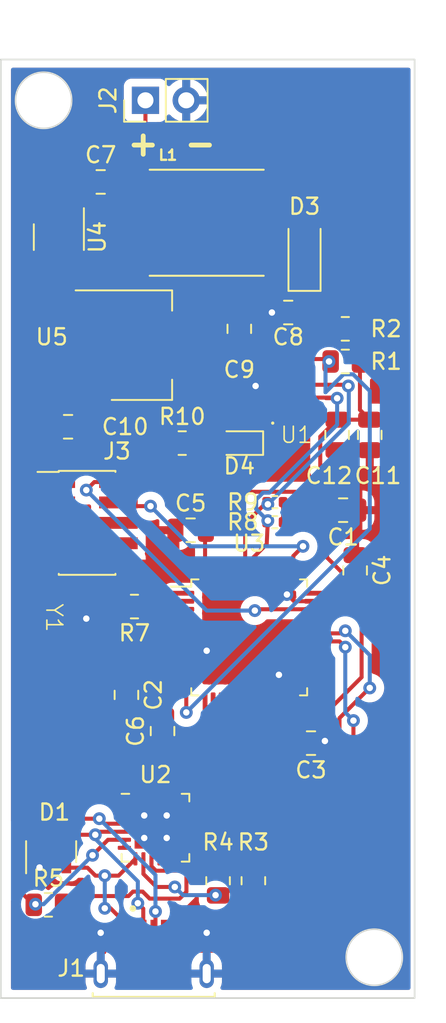
<source format=kicad_pcb>
(kicad_pcb (version 20221018) (generator pcbnew)
  (layers (0 "F.Cu" signal) (31 "B.Cu" signal) (34 "B.Paste" user) (35 "F.Paste" user) (36 "B.SilkS" user "B.Silkscreen") (37 "F.SilkS" user "F.Silkscreen") (38 "B.Mask" user) (39 "F.Mask" user) (44 "Edge.Cuts" user))
  (net 0 "")
  (net 1 "GND")
  (net 2 "+3V3")
  (net 3 "Net-(U3-NRST)")
  (net 4 "/Regulator/VIN")
  (net 5 "+5V")
  (net 6 "Net-(J1-VUSB)")
  (net 7 "Net-(J1-D-)")
  (net 8 "Net-(J1-D+)")
  (net 9 "Net-(D3-A)")
  (net 10 "Net-(D4-A)")
  (net 12 "/STM32F103/SWDIO")
  (net 13 "/STM32F103/SWCLK")
  (net 17 "/LIDAR/INT")
  (net 18 "Net-(U1-XSHUT)")
  (net 19 "Net-(U2-VBUS)")
  (net 20 "Net-(U2-~{RST})")
  (net 21 "Net-(U3-PD0)")
  (net 22 "Net-(R7-Pad2)")
  (net 23 "/LIDAR/SCL")
  (net 24 "/LIDAR/SDA")
  (net 35 "/STM32F103/M_TX")
  (net 36 "/STM32F103/M_RX")
  (net 44 "Net-(U3-PD1)")
  (net 45 "/STM32F103/Analog In")
  (net 46 "/STM32F103/LED")
  (net 47 "/STM32F103/GPIO2")
  (footprint "Capacitor_SMD:C_0805_2012Metric" (layer "F.Cu") (at 126.282 105.3005 90)
    (fp_text reference "C6")
    (fp_text value "100nF" hide)
  )
  (footprint "Resistor_SMD:R_0805_2012Metric" (layer "F.Cu") (at 129.74125 114.6165 -90)
    (fp_text reference "R4")
    (fp_text value "47.5k")
  )
  (footprint "Micro USB Port:AMPHENOL_10118193-0001LF" (layer "F.Cu") (at 125.732 120.396)
    (fp_text reference "J1")
    (fp_text value "10118193-0001LF")
  )
  (footprint "Capacitor_SMD:C_0805_2012Metric" (layer "F.Cu") (at 122.428 71.12)
    (fp_text reference "C7")
    (fp_text value "10uF")
  )
  (footprint "Resistor_SMD:R_0402_1005Metric" (layer "F.Cu") (at 133.282 91.0505)
    (fp_text reference "R9")
    (fp_text value "4.7k")
  )
  (footprint "VL53L3CX:VL53L3CX" (layer "F.Cu") (at 134.62 83.744 -90)
    (fp_text reference "U1")
    (fp_text value "~")
  )
  (footprint "Package_TO_SOT_SMD:SOT-143" (layer "F.Cu") (at 119.34125 112.804 90)
    (fp_text reference "D1")
    (fp_text value "SP0503BAHT")
  )
  (footprint "Package_QFP:LQFP-48_7x7mm_P0.5mm" (layer "F.Cu") (at 131.682 99.4695)
    (fp_text reference "U3")
    (fp_text value "STM32F103C8Tx")
  )
  (footprint "Capacitor_SMD:C_0805_2012Metric" (layer "F.Cu") (at 124.032 103.0505 -90)
    (fp_text reference "C2")
    (fp_text value "100nF" hide)
  )
  (footprint "Capacitor_SMD:C_0805_2012Metric" (layer "F.Cu") (at 128.032 92.8005)
    (fp_text reference "C5")
    (fp_text value "100nF")
  )
  (footprint "Capacitor_SMD:C_0805_2012Metric" (layer "F.Cu") (at 139.192 86.868 90)
    (fp_text reference "C11")
    (fp_text value "4.7uF" hide)
  )
  (footprint "Diode_SMD:D_SOD-123F" (layer "F.Cu") (at 135.128 75.692 90)
    (fp_text reference "D3")
    (fp_text value "D_Schottky" hide)
  )
  (footprint "Connector_PinHeader_2.54mm:PinHeader_1x02_P2.54mm_Vertical" (layer "F.Cu") (at 125.217 66.04 90)
    (fp_text reference "J2")
    (fp_text value "Conn_01x02_Pin")
  )
  (footprint "Capacitor_SMD:C_0805_2012Metric" (layer "F.Cu") (at 120.396 86.36 180)
    (fp_text reference "C10")
    (fp_text value "10uF" hide)
  )
  (footprint "Resistor_SMD:R_0805_2012Metric" (layer "F.Cu") (at 119.17125 116.1165)
    (fp_text reference "R5")
    (fp_text value "1k")
  )
  (footprint "Resistor_SMD:R_0805_2012Metric" (layer "F.Cu") (at 131.94125 114.6165 -90)
    (fp_text reference "R3")
    (fp_text value "22.1k")
  )
  (footprint "Capacitor_SMD:C_0805_2012Metric" (layer "F.Cu") (at 135.532 106.0505 180)
    (fp_text reference "C3")
    (fp_text value "100nF" hide)
  )
  (footprint "Diode_SMD:D_0603_1608Metric" (layer "F.Cu") (at 131.064 87.376 180)
    (fp_text reference "D4")
    (fp_text value "LED")
  )
  (footprint "Capacitor_SMD:C_0805_2012Metric" (layer "F.Cu") (at 131.064 80.264 -90)
    (fp_text reference "C9")
    (fp_text value "100nF" hide)
  )
  (footprint "Capacitor_SMD:C_0805_2012Metric" (layer "F.Cu") (at 137.532 91.5505 180)
    (fp_text reference "C1")
    (fp_text value "4.7uF" hide)
  )
  (footprint "Package_TO_SOT_SMD:SOT-223" (layer "F.Cu") (at 124.968 81.28)
    (fp_text reference "U5")
    (fp_text value "LDL1117S33R" hide)
  )
  (footprint "Capacitor_SMD:C_0805_2012Metric" (layer "F.Cu") (at 137.16 86.868 90)
    (fp_text reference "C12")
    (fp_text value "100nF" hide)
  )
  (footprint "Capacitor_SMD:C_0805_2012Metric" (layer "F.Cu") (at 134.112 79.248 180)
    (fp_text reference "C8")
    (fp_text value "10uF" hide)
  )
  (footprint "Resistor_SMD:R_0402_1005Metric" (layer "F.Cu") (at 133.282 92.3005)
    (fp_text reference "R8")
    (fp_text value "4.7k")
  )
  (footprint "ASPI-0630LR-100M-T15:IND_ASPI-0630LR-100M-T15" (layer "F.Cu") (at 129.032 73.66)
    (fp_text reference "L1")
    (fp_text value "10uH")
  )
  (footprint "Resistor_SMD:R_0805_2012Metric" (layer "F.Cu") (at 137.668 82.296 180)
    (fp_text reference "R1")
    (fp_text value "10k" hide)
  )
  (footprint "Package_TO_SOT_SMD:SOT-23-5" (layer "F.Cu") (at 119.822 74.5545 -90)
    (fp_text reference "U4")
    (fp_text value "RP400N501A-TR-FE")
  )
  (footprint "Resistor_SMD:R_0805_2012Metric" (layer "F.Cu") (at 127.508 87.376)
    (fp_text reference "R10")
    (fp_text value "500" hide)
  )
  (footprint "Resistor_SMD:R_0805_2012Metric" (layer "F.Cu") (at 137.668 80.264)
    (fp_text reference "R2")
    (fp_text value "10k")
  )
  (footprint "Connector_PinHeader_1.27mm:PinHeader_2x05_P1.27mm_Vertical_SMD" (layer "F.Cu") (at 121.582 92.3405)
    (fp_text reference "J3")
    (fp_text value "Conn_ARM_JTAG_SWD_10" hide)
  )
  (footprint "JGC42-8828A_CSTNE10M0G550000R0:JGC42-8828A_CSTNE10M0G550000R0" (layer "F.Cu") (at 121.532 98.2505 -90)
    (fp_text reference "Y1")
    (fp_text value "Resonator")
  )
  (footprint "Resistor_SMD:R_0805_2012Metric" (layer "F.Cu") (at 124.532 97.5505 180)
    (fp_text reference "R7")
    (fp_text value "1M")
  )
  (footprint "Package_DFN_QFN:QFN-24-1EP_4x4mm_P0.5mm_EP2.6x2.6mm" (layer "F.Cu") (at 125.84125 111.3165)
    (fp_text reference "U2")
    (fp_text value "CP2102N-Axx-xQFN24")
  )
  (footprint "Capacitor_SMD:C_0805_2012Metric" (layer "F.Cu") (at 138.282 95.3005 -90)
    (fp_text reference "C4")
    (fp_text value "100nF")
  )
  (gr_rect (start 116.205 63.5) (end 141.986 121.92) (stroke (width 0.1)) (fill none) (layer "Edge.Cuts"))
  (gr_circle (center 139.474 119.38) (end 141.224 119.38) (stroke (width 0.1)) (fill none) (layer "Edge.Cuts"))
  (gr_circle (center 118.872 66.04) (end 120.622 66.04) (stroke (width 0.1)) (fill none) (layer "Edge.Cuts"))
  (gr_text "-" (at 127.508 69.596) (layer "F.SilkS") (effects (font (size 1.5 1.5) (thickness 0.3) bold) (justify left bottom)))
  (gr_text "+" (at 123.952 69.596) (layer "F.SilkS") (effects (font (size 1.5 1.5) (thickness 0.3) bold) (justify left bottom)))
  (segment (start 132.804 84.544) (end 132.08 83.82) (width 0.25) (layer "F.Cu") (net 1))
  (segment (start 133.932 102.2005) (end 133.532 101.8005) (width 0.25) (layer "F.Cu") (net 1))
  (segment (start 127.032 117.721) (end 127.032 117.22575) (width 0.25) (layer "F.Cu") (net 1))
  (segment (start 134.62 85.344) (end 134.62 84.844) (width 0.25) (layer "F.Cu") (net 1))
  (segment (start 130.932 96.2005) (end 130.932 95.307) (width 0.25) (layer "F.Cu") (net 1))
  (segment (start 129.872315 96.5505) (end 131.532 96.5505) (width 0.25) (layer "F.Cu") (net 1))
  (segment (start 133.82 82.944) (end 132.956 82.944) (width 0.25) (layer "F.Cu") (net 1))
  (segment (start 133.932 103.632) (end 133.932 102.2005) (width 0.25) (layer "F.Cu") (net 1))
  (segment (start 123.90375 110.5665) (end 125.12875 110.5665) (width 0.25) (layer "F.Cu") (net 1))
  (segment (start 132.156 83.744) (end 132.08 83.82) (width 0.25) (layer "F.Cu") (net 1))
  (segment (start 131.282 96.5505) (end 130.932 96.2005) (width 0.25) (layer "F.Cu") (net 1))
  (segment (start 128.951 100.2195) (end 129.032 100.3005) (width 0.25) (layer "F.Cu") (net 1))
  (segment (start 134.32 82.944) (end 134.62 82.644) (width 0.25) (layer "F.Cu") (net 1))
  (segment (start 133.807305 96.5505) (end 131.282 96.5505) (width 0.25) (layer "F.Cu") (net 1))
  (segment (start 134.057305 96.8005) (end 134.032 96.8005) (width 0.25) (layer "F.Cu") (net 1))
  (segment (start 134.62 82.644) (end 134.62 82.144) (width 0.25) (layer "F.Cu") (net 1))
  (segment (start 134.032 96.775195) (end 133.807305 96.5505) (width 0.25) (layer "F.Cu") (net 1))
  (segment (start 125.12875 110.5665) (end 125.14125 110.554) (width 0.25) (layer "F.Cu") (net 1))
  (segment (start 127.032 117.22575) (end 127.74125 116.5165) (width 0.25) (layer "F.Cu") (net 1))
  (segment (start 129.432 96.110185) (end 129.872315 96.5505) (width 0.25) (layer "F.Cu") (net 1))
  (segment (start 134.032 96.8005) (end 134.032 96.775195) (width 0.25) (layer "F.Cu") (net 1))
  (segment (start 133.82 83.744) (end 132.156 83.744) (width 0.25) (layer "F.Cu") (net 1))
  (segment (start 129.432 95.307) (end 129.432 96.110185) (width 0.25) (layer "F.Cu") (net 1))
  (segment (start 133.82 82.944) (end 134.32 82.944) (width 0.25) (layer "F.Cu") (net 1))
  (segment (start 127.5195 100.2195) (end 128.951 100.2195) (width 0.25) (layer "F.Cu") (net 1))
  (segment (start 133.82 84.544) (end 132.804 84.544) (width 0.25) (layer "F.Cu") (net 1))
  (segment (start 135.8445 97.2195) (end 134.476305 97.2195) (width 0.25) (layer "F.Cu") (net 1))
  (segment (start 132.08 83.82) (end 132.334 83.566) (width 0.25) (layer "F.Cu") (net 1))
  (segment (start 134.62 84.844) (end 134.32 84.544) (width 0.25) (layer "F.Cu") (net 1))
  (segment (start 134.476305 97.2195) (end 134.057305 96.8005) (width 0.25) (layer "F.Cu") (net 1))
  (segment (start 134.32 84.544) (end 133.82 84.544) (width 0.25) (layer "F.Cu") (net 1))
  (segment (start 132.956 82.944) (end 132.08 83.82) (width 0.25) (layer "F.Cu") (net 1))
  (via (at 134.032 96.8005) (size 0.8) (drill 0.4) (layers "F.Cu" "B.Cu") (net 1))
  (via (at 133.532 101.8005) (size 0.8) (drill 0.4) (layers "F.Cu" "B.Cu") (net 1))
  (via (at 133.096 79.248) (size 0.8) (drill 0.4) (layers "F.Cu" "B.Cu") (net 1))
  (via (at 125.14125 110.554) (size 0.8) (drill 0.4) (layers "F.Cu" "B.Cu") (net 1))
  (via (at 122.428 117.856) (size 0.8) (drill 0.4) (layers "F.Cu" "B.Cu") (net 1))
  (via (at 126.54125 110.554) (size 0.8) (drill 0.4) (layers "F.Cu" "B.Cu") (net 1))
  (via (at 121.532 98.3005) (size 0.8) (drill 0.4) (layers "F.Cu" "B.Cu") (net 1))
  (via (at 125.14125 111.954) (size 0.8) (drill 0.4) (layers "F.Cu" "B.Cu") (net 1))
  (via (at 132.08 83.82) (size 0.8) (drill 0.4) (layers "F.Cu" "B.Cu") (net 1))
  (via (at 129.032 117.856) (size 0.8) (drill 0.4) (layers "F.Cu" "B.Cu") (net 1))
  (via (at 129.032 100.3005) (size 0.8) (drill 0.4) (layers "F.Cu" "B.Cu") (net 1))
  (via (at 118.618 113.792) (size 0.8) (drill 0.4) (layers "F.Cu" "B.Cu") (net 1))
  (via (at 136.398 105.918) (size 0.8) (drill 0.4) (layers "F.Cu" "B.Cu") (net 1))
  (via (at 126.54125 111.954) (size 0.8) (drill 0.4) (layers "F.Cu" "B.Cu") (net 1))
  (segment (start 137.16 85.918) (end 136.11 86.968) (width 0.25) (layer "F.Cu") (net 2))
  (segment (start 138.282 96.2505) (end 136.532 94.5005) (width 0.25) (layer "F.Cu") (net 2))
  (segment (start 119.446 88.2245) (end 120.327 89.1055) (width 0.25) (layer "F.Cu") (net 2))
  (segment (start 126.282 104.3505) (end 126.282 101.153815) (width 0.25) (layer "F.Cu") (net 2))
  (segment (start 134.045 85.919) (end 133.82 85.694) (width 0.25) (layer "F.Cu") (net 2))
  (segment (start 137.813 96.7195) (end 138.282 96.2505) (width 0.25) (layer "F.Cu") (net 2))
  (segment (start 117.602 115.45975) (end 118.25875 116.1165) (width 0.25) (layer "F.Cu") (net 2))
  (segment (start 133.82 85.694) (end 133.82 85.384) (width 0.25) (layer "F.Cu") (net 2))
  (segment (start 137.16 85.918) (end 135.994 85.918) (width 0.25) (layer "F.Cu") (net 2))
  (segment (start 138.5805 82.296) (end 138.5805 85.3065) (width 0.25) (layer "F.Cu") (net 2))
  (segment (start 135.437 90.4055) (end 131.377 90.4055) (width 0.25) (layer "F.Cu") (net 2))
  (segment (start 135.994 85.918) (end 135.42 85.344) (width 0.25) (layer "F.Cu") (net 2))
  (segment (start 128.932 95.307) (end 128.932 92.8505) (width 0.25) (layer "F.Cu") (net 2))
  (segment (start 138.693 80.3765) (end 138.5805 80.264) (width 0.25) (layer "F.Cu") (net 2))
  (segment (start 139.192 85.918) (end 137.16 85.918) (width 0.25) (layer "F.Cu") (net 2))
  (segment (start 136.582 91.5505) (end 135.437 90.4055) (width 0.25) (layer "F.Cu") (net 2))
  (segment (start 136.11 89.12) (end 136.652 89.662) (width 0.25) (layer "F.Cu") (net 2))
  (segment (start 128.27 106.0505) (end 134.582 106.0505) (width 0.25) (layer "F.Cu") (net 2))
  (segment (start 119.446 86.36) (end 119.446 88.2245) (width 0.25) (layer "F.Cu") (net 2))
  (segment (start 135.993 85.919) (end 134.045 85.919) (width 0.25) (layer "F.Cu") (net 2))
  (segment (start 128.27 106.0505) (end 127.245 107.0755) (width 0.25) (layer "F.Cu") (net 2))
  (segment (start 124.46 89.1055) (end 120.327 89.1055) (width 0.25) (layer "F.Cu") (net 2))
  (segment (start 121.92 113.03) (end 122.047 112.903) (width 0.25) (layer "F.Cu") (net 2))
  (segment (start 120.327 89.1055) (end 119.632 89.8005) (width 0.25) (layer "F.Cu") (net 2))
  (segment (start 125.287 89.1055) (end 124.46 89.1055) (width 0.25) (layer "F.Cu") (net 2))
  (segment (start 135.8445 96.7195) (end 137.813 96.7195) (width 0.25) (layer "F.Cu") (net 2))
  (segment (start 136.532 94.5005) (end 136.532 91.6005) (width 0.25) (layer "F.Cu") (net 2))
  (segment (start 124.46 89.1055) (end 124.866 89.1055) (width 0.25) (layer "F.Cu") (net 2))
  (segment (start 128.932 92.8505) (end 128.982 92.8005) (width 0.25) (layer "F.Cu") (net 2))
  (segment (start 136.082 91.0505) (end 133.792 91.0505) (width 0.25) (layer "F.Cu") (net 2))
  (segment (start 127.982 106.0505) (end 128.27 106.0505) (width 0.25) (layer "F.Cu") (net 2))
  (segment (start 122.8835 112.0665) (end 121.92 113.03) (width 0.25) (layer "F.Cu") (net 2))
  (segment (start 117.602 111.29325) (end 117.602 115.45975) (width 0.25) (layer "F.Cu") (net 2))
  (segment (start 136.582 91.5505) (end 136.082 91.0505) (width 0.25) (layer "F.Cu") (net 2))
  (segment (start 134.582 106.0505) (end 138.684 101.9485) (width 0.25) (layer "F.Cu") (net 2))
  (segment (start 136.11 86.968) (end 136.11 89.12) (width 0.25) (layer "F.Cu") (net 2))
  (segment (start 136.652 89.662) (end 136.652 91.4805) (width 0.25) (layer "F.Cu") (net 2))
  (segment (start 126.282 104.3505) (end 127.982 106.0505) (width 0.25) (layer "F.Cu") (net 2))
  (segment (start 123.90375 112.0665) (end 122.8835 112.0665) (width 0.25) (layer "F.Cu") (net 2))
  (segment (start 138.684 101.9485) (end 138.684 96.6525) (width 0.25) (layer "F.Cu") (net 2))
  (segment (start 127.245 107.0755) (end 121.81975 107.0755) (width 0.25) (layer "F.Cu") (net 2))
  (segment (start 123.90375 112.0665) (end 123.90375 112.5665) (width 0.25) (layer "F.Cu") (net 2))
  (segment (start 126.716315 100.7195) (end 127.5195 100.7195) (width 0.25) (layer "F.Cu") (net 2))
  (segment (start 138.5805 80.264) (end 138.5805 82.296) (width 0.25) (layer "F.Cu") (net 2))
  (segment (start 138.684 96.6525) (end 138.282 96.2505) (width 0.25) (layer "F.Cu") (net 2))
  (segment (start 121.818 81.28) (end 119.446 83.652) (width 0.25) (layer "F.Cu") (net 2))
  (segment (start 135.994 85.918) (end 135.993 85.919) (width 0.25) (layer "F.Cu") (net 2))
  (segment (start 138.5805 85.3065) (end 139.192 85.918) (width 0.25) (layer "F.Cu") (net 2))
  (segment (start 124.866 89.1055) (end 126.5955 87.376) (width 0.25) (layer "F.Cu") (net 2))
  (segment (start 121.81975 107.0755) (end 117.602 111.29325) (width 0.25) (layer "F.Cu") (net 2))
  (segment (start 134.582 103.782) (end 134.432 103.632) (width 0.25) (layer "F.Cu") (net 2))
  (segment (start 128.118 81.28) (end 121.818 81.28) (width 0.25) (layer "F.Cu") (net 2))
  (segment (start 119.446 83.652) (end 119.446 86.36) (width 0.25) (layer "F.Cu") (net 2))
  (segment (start 136.532 91.6005) (end 136.582 91.5505) (width 0.25) (layer "F.Cu") (net 2))
  (segment (start 128.982 92.8005) (end 125.287 89.1055) (width 0.25) (layer "F.Cu") (net 2))
  (segment (start 126.282 101.153815) (end 126.716315 100.7195) (width 0.25) (layer "F.Cu") (net 2))
  (segment (start 136.652 91.4805) (end 136.582 91.5505) (width 0.25) (layer "F.Cu") (net 2))
  (segment (start 134.582 106.0505) (end 134.582 103.782) (width 0.25) (layer "F.Cu") (net 2))
  (segment (start 133.792 91.0505) (end 133.792 92.3005) (width 0.25) (layer "F.Cu") (net 2))
  (segment (start 131.377 90.4055) (end 128.982 92.8005) (width 0.25) (layer "F.Cu") (net 2))
  (via (at 121.92 113.03) (size 0.8) (drill 0.4) (layers "F.Cu" "B.Cu") (net 2))
  (via (at 118.364 116.078) (size 0.8) (drill 0.4) (layers "F.Cu" "B.Cu") (net 2))
  (segment (start 118.872 116.078) (end 118.364 116.078) (width 0.25) (layer "B.Cu") (net 2))
  (segment (start 121.92 113.03) (end 118.872 116.078) (width 0.25) (layer "B.Cu") (net 2))
  (segment (start 124.032 102.1005) (end 126.413 99.7195) (width 0.25) (layer "F.Cu") (net 3))
  (segment (start 126.413 99.7195) (end 127.5195 99.7195) (width 0.25) (layer "F.Cu") (net 3))
  (segment (start 125.217 67.381) (end 121.478 71.12) (width 0.25) (layer "F.Cu") (net 4))
  (segment (start 118.872 73.801251) (end 119.746749 74.676) (width 0.25) (layer "F.Cu") (net 4))
  (segment (start 118.872 73.417) (end 118.872 73.801251) (width 0.25) (layer "F.Cu") (net 4))
  (segment (start 119.746749 74.676) (end 119.897251 74.676) (width 0.25) (layer "F.Cu") (net 4))
  (segment (start 119.897251 74.676) (end 120.772 73.801251) (width 0.25) (layer "F.Cu") (net 4))
  (segment (start 124.018 73.66) (end 126.007 73.66) (width 0.25) (layer "F.Cu") (net 4))
  (segment (start 120.772 71.826) (end 121.478 71.12) (width 0.25) (layer "F.Cu") (net 4))
  (segment (start 125.217 66.04) (end 125.217 67.381) (width 0.25) (layer "F.Cu") (net 4))
  (segment (start 120.772 73.801251) (end 120.772 73.417) (width 0.25) (layer "F.Cu") (net 4))
  (segment (start 121.478 71.12) (end 124.018 73.66) (width 0.25) (layer "F.Cu") (net 4))
  (segment (start 120.772 73.417) (end 120.772 71.826) (width 0.25) (layer "F.Cu") (net 4))
  (segment (start 135.128 79.182) (end 135.062 79.248) (width 0.25) (layer "F.Cu") (net 5))
  (segment (start 129.272 83.58) (end 121.818 83.58) (width 0.25) (layer "F.Cu") (net 5))
  (segment (start 130.048 82.804) (end 129.272 83.58) (width 0.25) (layer "F.Cu") (net 5))
  (segment (start 130.048 81.736173) (end 130.048 82.804) (width 0.25) (layer "F.Cu") (net 5))
  (segment (start 132.139 80.389) (end 131.064 79.314) (width 0.25) (layer "F.Cu") (net 5))
  (segment (start 130.014 81.702173) (end 130.048 81.736173) (width 0.25) (layer "F.Cu") (net 5))
  (segment (start 130.014 80.364) (end 130.014 81.702173) (width 0.25) (layer "F.Cu") (net 5))
  (segment (start 120.272 77.092) (end 135.128 77.092) (width 0.25) (layer "F.Cu") (net 5))
  (segment (start 131.064 79.314) (end 130.014 80.364) (width 0.25) (layer "F.Cu") (net 5))
  (segment (start 133.921 80.389) (end 132.139 80.389) (width 0.25) (layer "F.Cu") (net 5))
  (segment (start 135.128 77.092) (end 135.128 79.182) (width 0.25) (layer "F.Cu") (net 5))
  (segment (start 135.062 79.248) (end 133.921 80.389) (width 0.25) (layer "F.Cu") (net 5))
  (segment (start 118.872 75.692) (end 120.272 77.092) (width 0.25) (layer "F.Cu") (net 5))
  (segment (start 124.432 117.721) (end 123.043 116.332) (width 0.25) (layer "F.Cu") (net 6))
  (segment (start 124.59125 113.254) (end 123.54525 114.3) (width 0.25) (layer "F.Cu") (net 6))
  (segment (start 124.432 118.646) (end 124.432 117.721) (width 0.25) (layer "F.Cu") (net 6))
  (segment (start 123.043 116.332) (end 122.682 116.332) (width 0.25) (layer "F.Cu") (net 6))
  (segment (start 121.6025 113.804) (end 120.29125 113.804) (width 0.25) (layer "F.Cu") (net 6))
  (segment (start 124.432 117.721) (end 124.432 117.696) (width 0.25) (layer "F.Cu") (net 6))
  (segment (start 130.057 118.971) (end 124.757 118.971) (width 0.25) (layer "F.Cu") (net 6))
  (segment (start 122.0985 114.3) (end 121.6025 113.804) (width 0.25) (layer "F.Cu") (net 6))
  (segment (start 131.94125 115.529) (end 131.94125 117.08675) (width 0.25) (layer "F.Cu") (net 6))
  (segment (start 122.682 114.3) (end 122.0985 114.3) (width 0.25) (layer "F.Cu") (net 6))
  (segment (start 131.94125 117.08675) (end 130.057 118.971) (width 0.25) (layer "F.Cu") (net 6))
  (segment (start 124.757 118.971) (end 124.432 118.646) (width 0.25) (layer "F.Cu") (net 6))
  (segment (start 123.54525 114.3) (end 122.682 114.3) (width 0.25) (layer "F.Cu") (net 6))
  (via (at 122.682 116.332) (size 0.8) (drill 0.4) (layers "F.Cu" "B.Cu") (net 6))
  (via (at 122.682 114.3) (size 0.8) (drill 0.4) (layers "F.Cu" "B.Cu") (net 6))
  (segment (start 122.682 116.332) (end 122.682 114.3) (width 0.25) (layer "B.Cu") (net 6))
  (segment (start 124.74125 116.0165) (end 125.082 116.35725) (width 0.25) (layer "F.Cu") (net 7))
  (segment (start 122.09125 111.754) (end 120.34125 111.754) (width 0.25) (layer "F.Cu") (net 7))
  (segment (start 125.082 116.35725) (end 125.082 117.721) (width 0.25) (layer "F.Cu") (net 7))
  (segment (start 120.34125 111.754) (end 120.29125 111.804) (width 0.25) (layer "F.Cu") (net 7))
  (segment (start 122.27875 111.5665) (end 123.90375 111.5665) (width 0.25) (layer "F.Cu") (net 7))
  (segment (start 122.09125 111.754) (end 122.27875 111.5665) (width 0.25) (layer "F.Cu") (net 7))
  (via (at 124.74125 116.0165) (size 0.8) (drill 0.4) (layers "F.Cu" "B.Cu") (net 7))
  (via (at 122.09125 111.754) (size 0.8) (drill 0.4) (layers "F.Cu" "B.Cu") (net 7))
  (segment (start 122.09125 112.004) (end 122.09125 111.754) (width 0.25) (layer "B.Cu") (net 7))
  (segment (start 124.74125 114.654) (end 122.09125 112.004) (width 0.25) (layer "B.Cu") (net 7))
  (segment (start 124.74125 116.0165) (end 124.74125 114.654) (width 0.25) (layer "B.Cu") (net 7))
  (segment (start 119.44125 110.754) (end 118.39125 111.804) (width 0.25) (layer "F.Cu") (net 8))
  (segment (start 125.84125 117.61175) (end 125.732 117.721) (width 0.25) (layer "F.Cu") (net 8))
  (segment (start 122.34125 110.754) (end 122.65375 111.0665) (width 0.25) (layer "F.Cu") (net 8))
  (segment (start 122.34125 110.754) (end 119.44125 110.754) (width 0.25) (layer "F.Cu") (net 8))
  (segment (start 125.84125 116.5285) (end 125.84125 117.61175) (width 0.25) (layer "F.Cu") (net 8))
  (segment (start 122.65375 111.0665) (end 123.90375 111.0665) (width 0.25) (layer "F.Cu") (net 8))
  (via (at 125.84125 116.5285) (size 0.8) (drill 0.4) (layers "F.Cu" "B.Cu") (net 8))
  (via (at 122.34125 110.754) (size 0.8) (drill 0.4) (layers "F.Cu" "B.Cu") (net 8))
  (segment (start 125.84125 116.5285) (end 125.84125 114.254) (width 0.25) (layer "B.Cu") (net 8))
  (segment (start 125.84125 114.254) (end 122.34125 110.754) (width 0.25) (layer "B.Cu") (net 8))
  (segment (start 132.057 73.66) (end 134.496 73.66) (width 0.25) (layer "F.Cu") (net 9))
  (segment (start 132.057 73.66) (end 129.982 75.735) (width 0.25) (layer "F.Cu") (net 9))
  (segment (start 134.496 73.66) (end 135.128 74.292) (width 0.25) (layer "F.Cu") (net 9))
  (segment (start 129.982 75.735) (end 120.815 75.735) (width 0.25) (layer "F.Cu") (net 9))
  (segment (start 120.815 75.735) (end 120.772 75.692) (width 0.25) (layer "F.Cu") (net 9))
  (segment (start 128.4205 87.376) (end 130.2765 87.376) (width 0.25) (layer "F.Cu") (net 10))
  (segment (start 122.032 89.8005) (end 123.532 89.8005) (width 0.25) (layer "F.Cu") (net 12))
  (segment (start 121.532 90.3005) (end 122.032 89.8005) (width 0.25) (layer "F.Cu") (net 12))
  (segment (start 132.113 97.7195) (end 135.8445 97.7195) (width 0.25) (layer "F.Cu") (net 12))
  (segment (start 132.032 97.8005) (end 132.113 97.7195) (width 0.25) (layer "F.Cu") (net 12))
  (via (at 132.032 97.8005) (size 0.8) (drill 0.4) (layers "F.Cu" "B.Cu") (net 12))
  (via (at 121.532 90.3005) (size 0.8) (drill 0.4) (layers "F.Cu" "B.Cu") (net 12))
  (segment (start 132.032 97.8005) (end 129.032 97.8005) (width 0.25) (layer "B.Cu") (net 12))
  (segment (start 129.032 97.8005) (end 121.532 90.3005) (width 0.25) (layer "B.Cu") (net 12))
  (segment (start 134.432 95.307) (end 134.432 94.4005) (width 0.25) (layer "F.Cu") (net 13))
  (segment (start 123.762 91.3005) (end 123.532 91.0705) (width 0.25) (layer "F.Cu") (net 13))
  (segment (start 134.432 94.4005) (end 135.032 93.8005) (width 0.25) (layer "F.Cu") (net 13))
  (segment (start 125.532 91.3005) (end 123.762 91.3005) (width 0.25) (layer "F.Cu") (net 13))
  (via (at 135.032 93.8005) (size 0.8) (drill 0.4) (layers "F.Cu" "B.Cu") (net 13))
  (via (at 125.532 91.3005) (size 0.8) (drill 0.4) (layers "F.Cu" "B.Cu") (net 13))
  (segment (start 128.032 93.8005) (end 125.532 91.3005) (width 0.25) (layer "B.Cu") (net 13))
  (segment (start 135.032 93.8005) (end 128.032 93.8005) (width 0.25) (layer "B.Cu") (net 13))
  (segment (start 127.762 104.14) (end 127.762 102.462) (width 0.25) (layer "F.Cu") (net 17))
  (segment (start 136.652 82.1925) (end 136.652 82.296) (width 0.25) (layer "F.Cu") (net 17))
  (segment (start 136.652 82.296) (end 136.7555 82.296) (width 0.25) (layer "F.Cu") (net 17))
  (segment (start 127.762 102.462) (end 127.5195 102.2195) (width 0.25) (layer "F.Cu") (net 17))
  (segment (start 136.7555 82.296) (end 136.7555 82.296) (width 0.25) (layer "F.Cu") (net 17))
  (segment (start 135.42 82.144) (end 136.6035 82.144) (width 0.25) (layer "F.Cu") (net 17))
  (segment (start 136.6035 82.144) (end 136.652 82.1925) (width 0.25) (layer "F.Cu") (net 17))
  (via (at 127.762 104.14) (size 0.8) (drill 0.4) (layers "F.Cu" "B.Cu") (net 17))
  (via (at 136.652 82.296) (size 0.8) (drill 0.4) (layers "F.Cu" "B.Cu") (net 17))
  (segment (start 138.156305 83.095) (end 139.192 84.130695) (width 0.25) (layer "B.Cu") (net 17))
  (segment (start 136.652 82.296) (end 136.435 82.513) (width 0.25) (layer "B.Cu") (net 17))
  (segment (start 139.192 92.71) (end 127.762 104.14) (width 0.25) (layer "B.Cu") (net 17))
  (segment (start 136.435 82.513) (end 136.435 84.215695) (width 0.25) (layer "B.Cu") (net 17))
  (segment (start 137.555695 83.095) (end 138.156305 83.095) (width 0.25) (layer "B.Cu") (net 17))
  (segment (start 139.192 84.130695) (end 139.192 92.71) (width 0.25) (layer "B.Cu") (net 17))
  (segment (start 136.435 84.215695) (end 137.555695 83.095) (width 0.25) (layer "B.Cu") (net 17))
  (segment (start 134.692 80.772) (end 136.2475 80.772) (width 0.25) (layer "F.Cu") (net 18))
  (segment (start 136.2475 80.772) (end 136.7555 80.264) (width 0.25) (layer "F.Cu") (net 18))
  (segment (start 133.82 81.644) (end 134.692 80.772) (width 0.25) (layer "F.Cu") (net 18))
  (segment (start 133.82 82.144) (end 133.82 81.644) (width 0.25) (layer "F.Cu") (net 18))
  (segment (start 129.74125 115.529) (end 129.72475 115.529) (width 0.25) (layer "F.Cu") (net 19))
  (segment (start 127.04525 115.0045) (end 125.901246 115.0045) (width 0.25) (layer "F.Cu") (net 19))
  (segment (start 125.901246 115.0045) (end 125.09125 114.194504) (width 0.25) (layer "F.Cu") (net 19))
  (segment (start 129.72475 115.529) (end 129.58525 115.5125) (width 0.25) (layer "F.Cu") (net 19))
  (segment (start 129.75775 115.529) (end 130.11625 115.529) (width 0.25) (layer "F.Cu") (net 19))
  (segment (start 130.11625 115.529) (end 131.94125 113.704) (width 0.25) (layer "F.Cu") (net 19))
  (segment (start 125.09125 114.194504) (end 125.09125 113.254) (width 0.25) (layer "F.Cu") (net 19))
  (segment (start 129.58525 115.5125) (end 129.75775 115.529) (width 0.25) (layer "F.Cu") (net 19))
  (via (at 129.58525 115.5125) (size 0.8) (drill 0.4) (layers "F.Cu" "B.Cu") (net 19))
  (via (at 127.04525 115.0045) (size 0.8) (drill 0.4) (layers "F.Cu" "B.Cu") (net 19))
  (segment (start 127.55325 115.5125) (end 129.58525 115.5125) (width 0.25) (layer "B.Cu") (net 19))
  (segment (start 127.04525 115.0045) (end 127.55325 115.5125) (width 0.25) (layer "B.Cu") (net 19))
  (segment (start 127.55625 113.9915) (end 127.77025 114.2055) (width 0.25) (layer "F.Cu") (net 20))
  (segment (start 125.479555 115.7295) (end 125.041555 115.2915) (width 0.25) (layer "F.Cu") (net 20))
  (segment (start 125.868242 113.9915) (end 127.55625 113.9915) (width 0.25) (layer "F.Cu") (net 20))
  (segment (start 124.440945 115.2915) (end 124.162445 115.57) (width 0.25) (layer "F.Cu") (net 20))
  (segment (start 127.77025 114.2055) (end 127.77025 115.304805) (width 0.25) (layer "F.Cu") (net 20))
  (segment (start 125.59125 113.254) (end 125.59125 113.714508) (width 0.25) (layer "F.Cu") (net 20))
  (segment (start 127.345555 115.7295) (end 125.479555 115.7295) (width 0.25) (layer "F.Cu") (net 20))
  (segment (start 125.041555 115.2915) (end 124.440945 115.2915) (width 0.25) (layer "F.Cu") (net 20))
  (segment (start 125.59125 113.714508) (end 125.868242 113.9915) (width 0.25) (layer "F.Cu") (net 20))
  (segment (start 124.162445 115.57) (end 120.63025 115.57) (width 0.25) (layer "F.Cu") (net 20))
  (segment (start 127.77025 115.304805) (end 127.345555 115.7295) (width 0.25) (layer "F.Cu") (net 20))
  (segment (start 120.63025 115.57) (end 120.08375 116.1165) (width 0.25) (layer "F.Cu") (net 20))
  (segment (start 125.532 97.5505) (end 126.701 98.7195) (width 0.25) (layer "F.Cu") (net 21))
  (segment (start 126.701 98.7195) (end 127.5195 98.7195) (width 0.25) (layer "F.Cu") (net 21))
  (segment (start 125.4445 97.5505) (end 125.532 97.5505) (width 0.25) (layer "F.Cu") (net 21))
  (segment (start 121.532 97.0505) (end 123.1195 97.0505) (width 0.25) (layer "F.Cu") (net 22))
  (segment (start 123.1195 97.0505) (end 123.6195 97.5505) (width 0.25) (layer "F.Cu") (net 22))
  (segment (start 131.932 94.503815) (end 131.932 95.307) (width 0.25) (layer "F.Cu") (net 23))
  (segment (start 135.42 84.544) (end 137.122 84.544) (width 0.25) (layer "F.Cu") (net 23))
  (segment (start 137.16 84.582) (end 136.474 84.582) (width 0.25) (layer "F.Cu") (net 23))
  (segment (start 132.772 93.663815) (end 131.932 94.503815) (width 0.25) (layer "F.Cu") (net 23))
  (segment (start 132.842 92.202) (end 132.772 93.663815) (width 0.25) (layer "F.Cu") (net 23))
  (segment (start 132.772 92.3005) (end 132.842 92.202) (width 0.25) (layer "F.Cu") (net 23))
  (segment (start 137.122 84.544) (end 137.16 84.582) (width 0.25) (layer "F.Cu") (net 23))
  (segment (start 136.474 84.582) (end 136.436 84.544) (width 0.25) (layer "F.Cu") (net 23))
  (via (at 137.16 84.582) (size 0.8) (drill 0.4) (layers "F.Cu" "B.Cu") (net 23))
  (via (at 132.842 92.202) (size 0.8) (drill 0.4) (layers "F.Cu" "B.Cu") (net 23))
  (segment (start 132.842 92.202) (end 132.832695 92.202) (width 0.25) (layer "B.Cu") (net 23))
  (segment (start 132.541695 90.461) (end 132.930604 90.461) (width 0.25) (layer "B.Cu") (net 23))
  (segment (start 137.16 86.231604) (end 137.16 84.582) (width 0.25) (layer "B.Cu") (net 23))
  (segment (start 132.832695 92.202) (end 132.117 91.486305) (width 0.25) (layer "B.Cu") (net 23))
  (segment (start 132.930604 90.461) (end 137.16 86.231604) (width 0.25) (layer "B.Cu") (net 23))
  (segment (start 132.117 91.486305) (end 132.117 90.885695) (width 0.25) (layer "B.Cu") (net 23))
  (segment (start 132.117 90.885695) (end 132.541695 90.461) (width 0.25) (layer "B.Cu") (net 23))
  (segment (start 137.856 83.82) (end 137.78 83.744) (width 0.25) (layer "F.Cu") (net 24))
  (segment (start 131.432 92.3905) (end 131.432 95.307) (width 0.25) (layer "F.Cu") (net 24))
  (segment (start 132.842 90.9805) (end 132.842 91.186) (width 0.25) (layer "F.Cu") (net 24))
  (segment (start 137.78 83.744) (end 135.42 83.744) (width 0.25) (layer "F.Cu") (net 24))
  (segment (start 132.772 91.0505) (end 132.842 90.9805) (width 0.25) (layer "F.Cu") (net 24))
  (segment (start 132.6365 91.186) (end 131.432 92.3905) (width 0.25) (layer "F.Cu") (net 24))
  (segment (start 132.842 91.186) (end 132.6365 91.186) (width 0.25) (layer "F.Cu") (net 24))
  (via (at 132.842 91.186) (size 0.8) (drill 0.4) (layers "F.Cu" "B.Cu") (net 24))
  (via (at 137.856 83.82) (size 0.8) (drill 0.4) (layers "F.Cu" "B.Cu") (net 24))
  (segment (start 137.885 86.143) (end 137.885 83.849) (width 0.25) (layer "B.Cu") (net 24))
  (segment (start 132.842 91.186) (end 137.885 86.143) (width 0.25) (layer "B.Cu") (net 24))
  (segment (start 137.885 83.849) (end 137.856 83.82) (width 0.25) (layer "B.Cu") (net 24))
  (segment (start 126.868242 108.6415) (end 126.59125 108.918492) (width 0.25) (layer "F.Cu") (net 35))
  (segment (start 137.3115 99.7195) (end 137.668 100.076) (width 0.25) (layer "F.Cu") (net 35))
  (segment (start 136.2145 108.6415) (end 126.868242 108.6415) (width 0.25) (layer "F.Cu") (net 35))
  (segment (start 138.176 104.648) (end 138.176 106.68) (width 0.25) (layer "F.Cu") (net 35))
  (segment (start 135.8445 99.7195) (end 137.3115 99.7195) (width 0.25) (layer "F.Cu") (net 35))
  (segment (start 126.59125 108.918492) (end 126.59125 109.379) (width 0.25) (layer "F.Cu") (net 35))
  (segment (start 138.176 106.68) (end 136.2145 108.6415) (width 0.25) (layer "F.Cu") (net 35))
  (via (at 138.176 104.648) (size 0.8) (drill 0.4) (layers "F.Cu" "B.Cu") (net 35))
  (via (at 137.668 100.076) (size 0.8) (drill 0.4) (layers "F.Cu" "B.Cu") (net 35))
  (segment (start 138.176 104.648) (end 137.668 104.14) (width 0.25) (layer "B.Cu") (net 35))
  (segment (start 137.668 104.14) (end 137.668 100.076) (width 0.25) (layer "B.Cu") (net 35))
  (segment (start 135.879173 108.1915) (end 126.681846 108.1915) (width 0.25) (layer "F.Cu") (net 36))
  (segment (start 137.307 104.491695) (end 137.307 106.763673) (width 0.25) (layer "F.Cu") (net 36))
  (segment (start 137.5085 99.2195) (end 137.668 99.06) (width 0.25) (layer "F.Cu") (net 36))
  (segment (start 126.681846 108.1915) (end 126.09125 108.782096) (width 0.25) (layer "F.Cu") (net 36))
  (segment (start 137.307 106.763673) (end 135.879173 108.1915) (width 0.25) (layer "F.Cu") (net 36))
  (segment (start 135.8445 99.2195) (end 137.5085 99.2195) (width 0.25) (layer "F.Cu") (net 36))
  (segment (start 139.192 102.616) (end 139.182695 102.616) (width 0.25) (layer "F.Cu") (net 36))
  (segment (start 126.09125 108.782096) (end 126.09125 109.379) (width 0.25) (layer "F.Cu") (net 36))
  (segment (start 139.182695 102.616) (end 137.307 104.491695) (width 0.25) (layer "F.Cu") (net 36))
  (via (at 137.668 99.06) (size 0.8) (drill 0.4) (layers "F.Cu" "B.Cu") (net 36))
  (via (at 139.192 102.616) (size 0.8) (drill 0.4) (layers "F.Cu" "B.Cu") (net 36))
  (segment (start 139.192 100.574695) (end 139.192 102.616) (width 0.25) (layer "B.Cu") (net 36))
  (segment (start 137.677305 99.06) (end 139.192 100.574695) (width 0.25) (layer "B.Cu") (net 36))
  (segment (start 137.668 99.06) (end 137.677305 99.06) (width 0.25) (layer "B.Cu") (net 36))
  (segment (start 121.532 99.4505) (end 121.763 99.2195) (width 0.25) (layer "F.Cu") (net 44))
  (segment (start 121.763 99.2195) (end 127.5195 99.2195) (width 0.25) (layer "F.Cu") (net 44))
  (zone (net 1) (net_name "GND") (layers "F&B.Cu") (connect_pads (clearance 0.5)) (min_thickness 0.25) (fill yes (thermal_gap 0.5) (thermal_bridge_width 0.5))
    (polygon (pts (xy 116.84 64.008) (xy 141.732 64.008) (xy 141.732 121.412) (xy 116.84 121.412)))
  )
)
</source>
